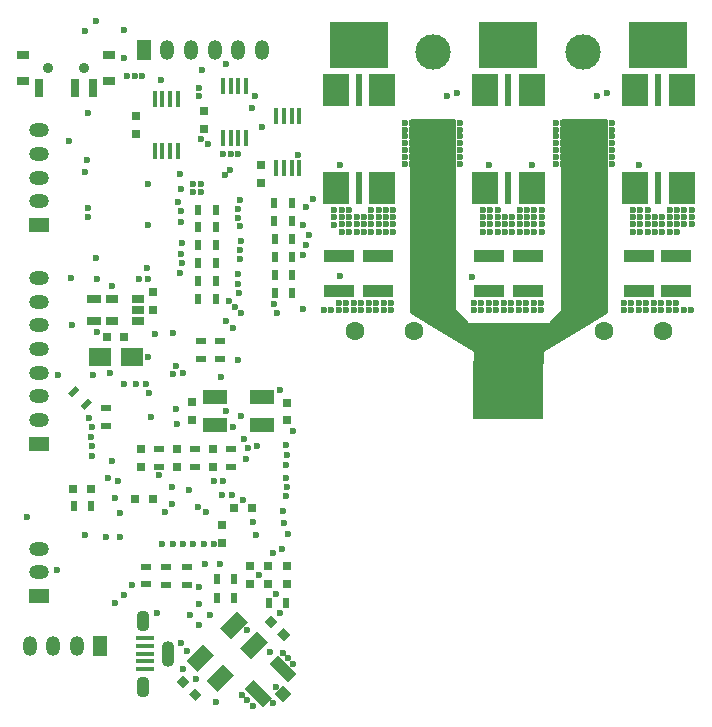
<source format=gbs>
G04 #@! TF.GenerationSoftware,KiCad,Pcbnew,(5.1.5-0)*
G04 #@! TF.CreationDate,2019-12-18T14:52:24+08:00*
G04 #@! TF.ProjectId,VESC_6,56455343-5f36-42e6-9b69-6361645f7063,A*
G04 #@! TF.SameCoordinates,Original*
G04 #@! TF.FileFunction,Soldermask,Bot*
G04 #@! TF.FilePolarity,Negative*
%FSLAX46Y46*%
G04 Gerber Fmt 4.6, Leading zero omitted, Abs format (unit mm)*
G04 Created by KiCad (PCBNEW (5.1.5-0)) date 2019-12-18 14:52:24*
%MOMM*%
%LPD*%
G04 APERTURE LIST*
%ADD10R,1.500000X0.450000*%
%ADD11O,1.100000X1.800000*%
%ADD12O,1.100000X2.200000*%
%ADD13R,2.300000X2.700000*%
%ADD14R,0.600000X2.700000*%
%ADD15R,0.797560X0.797560*%
%ADD16R,1.060000X0.650000*%
%ADD17R,1.000000X0.800000*%
%ADD18R,0.700000X1.500000*%
%ADD19C,0.900000*%
%ADD20R,1.300000X0.700000*%
%ADD21R,1.950000X1.500000*%
%ADD22R,0.450000X1.450000*%
%ADD23R,2.500000X1.000000*%
%ADD24R,0.900000X0.500000*%
%ADD25R,0.500000X0.900000*%
%ADD26R,0.750000X0.800000*%
%ADD27R,0.800000X0.750000*%
%ADD28C,0.100000*%
%ADD29R,2.000000X1.300000*%
%ADD30C,1.600000*%
%ADD31R,1.699260X1.198880*%
%ADD32O,1.699260X1.198880*%
%ADD33C,3.000000*%
%ADD34R,1.198880X1.699260*%
%ADD35O,1.198880X1.699260*%
%ADD36R,5.000000X4.000000*%
%ADD37R,6.000000X5.000000*%
%ADD38C,0.600000*%
%ADD39C,0.254000*%
G04 APERTURE END LIST*
D10*
X127000000Y-109100000D03*
X127000000Y-109750000D03*
X127000000Y-108450000D03*
X127000000Y-110400000D03*
X127000000Y-107800000D03*
D11*
X126750000Y-106300000D03*
X126750000Y-111900000D03*
D12*
X128900000Y-109100000D03*
D13*
X143166000Y-61382000D03*
X147066000Y-69682000D03*
X147066000Y-61382000D03*
X143166000Y-69682000D03*
D14*
X145116000Y-61382000D03*
X145116000Y-69682000D03*
D13*
X168484000Y-61382000D03*
X172384000Y-69682000D03*
X172384000Y-61382000D03*
X168484000Y-69682000D03*
D14*
X170434000Y-61382000D03*
X170434000Y-69682000D03*
D13*
X155784000Y-61382000D03*
X159684000Y-69682000D03*
X159684000Y-61382000D03*
X155784000Y-69682000D03*
D14*
X157734000Y-61382000D03*
X157734000Y-69682000D03*
D15*
X138942300Y-103156000D03*
X138942300Y-101657400D03*
X137414000Y-103187500D03*
X137414000Y-101688900D03*
X135890000Y-103187500D03*
X135890000Y-101688900D03*
D16*
X124135000Y-79046000D03*
X124135000Y-80946000D03*
X126335000Y-80946000D03*
X126335000Y-79996000D03*
X126335000Y-79046000D03*
D17*
X116619000Y-60592000D03*
X123919000Y-60592000D03*
X123919000Y-58392000D03*
X116619000Y-58392000D03*
D18*
X122519000Y-61242000D03*
X121019000Y-61242000D03*
X118019000Y-61242000D03*
D19*
X121769000Y-59492000D03*
X118769000Y-59492000D03*
D20*
X122618500Y-80946000D03*
X122618500Y-79046000D03*
D21*
X125857000Y-83947000D03*
X123107000Y-83947000D03*
D22*
X138090000Y-67986000D03*
X138740000Y-67986000D03*
X139390000Y-67986000D03*
X140040000Y-67986000D03*
X140040000Y-63586000D03*
X139390000Y-63586000D03*
X138740000Y-63586000D03*
X138090000Y-63586000D03*
X135518800Y-60995200D03*
X134868800Y-60995200D03*
X134218800Y-60995200D03*
X133568800Y-60995200D03*
X133568800Y-65395200D03*
X134218800Y-65395200D03*
X134868800Y-65395200D03*
X135518800Y-65395200D03*
X129740300Y-62138200D03*
X129090300Y-62138200D03*
X128440300Y-62138200D03*
X127790300Y-62138200D03*
X127790300Y-66538200D03*
X128440300Y-66538200D03*
X129090300Y-66538200D03*
X129740300Y-66538200D03*
D23*
X143383000Y-75398500D03*
X143383000Y-78398500D03*
X146685000Y-75398500D03*
X146685000Y-78398500D03*
X159385000Y-75398500D03*
X159385000Y-78398500D03*
X156083000Y-75398500D03*
X156083000Y-78398500D03*
X168783000Y-75398500D03*
X168783000Y-78398500D03*
X171958000Y-75398500D03*
X171958000Y-78398500D03*
D24*
X130556000Y-101739000D03*
X130556000Y-103239000D03*
X128778000Y-103239000D03*
X128778000Y-101739000D03*
X127004300Y-103227000D03*
X127004300Y-101727000D03*
D25*
X120916000Y-96583500D03*
X122416000Y-96583500D03*
X138926000Y-104775000D03*
X137426000Y-104775000D03*
X134531800Y-104343200D03*
X133031800Y-104343200D03*
X134531800Y-102743000D03*
X133031800Y-102743000D03*
D24*
X133281000Y-82619000D03*
X133281000Y-84119000D03*
X131684800Y-82630200D03*
X131684800Y-84130200D03*
D25*
X132966500Y-71501000D03*
X131466500Y-71501000D03*
X132966500Y-72961500D03*
X131466500Y-72961500D03*
X132966500Y-74485500D03*
X131466500Y-74485500D03*
X132966500Y-76009500D03*
X131466500Y-76009500D03*
X132966500Y-77533500D03*
X131466500Y-77533500D03*
X132966500Y-79057500D03*
X131466500Y-79057500D03*
X137922000Y-70929500D03*
X139422000Y-70929500D03*
X137921300Y-72466200D03*
X139421300Y-72466200D03*
X137934000Y-73977500D03*
X139434000Y-73977500D03*
X137934000Y-75501500D03*
X139434000Y-75501500D03*
X137934000Y-77025500D03*
X139434000Y-77025500D03*
X137934000Y-78549500D03*
X139434000Y-78549500D03*
D24*
X134239000Y-91782200D03*
X134239000Y-93282200D03*
X131191000Y-91782200D03*
X131191000Y-93282200D03*
X128143000Y-91782200D03*
X128143000Y-93282200D03*
D26*
X136779000Y-67703000D03*
X136779000Y-69203000D03*
D27*
X134505000Y-96774000D03*
X136005000Y-96774000D03*
X120903300Y-95135700D03*
X122403300Y-95135700D03*
D26*
X138988800Y-87845200D03*
X138988800Y-89345200D03*
D27*
X126123000Y-96012000D03*
X127623000Y-96012000D03*
D26*
X133477000Y-99695000D03*
X133477000Y-98195000D03*
X130937000Y-89269000D03*
X130937000Y-87769000D03*
X127635000Y-79998000D03*
X127635000Y-78498000D03*
X132715000Y-93282200D03*
X132715000Y-91782200D03*
X129667000Y-93282200D03*
X129667000Y-91782200D03*
X131953000Y-64631000D03*
X131953000Y-63131000D03*
X126174500Y-65087500D03*
X126174500Y-63587500D03*
X126619000Y-93282200D03*
X126619000Y-91782200D03*
D28*
G36*
X130700678Y-111501348D02*
G01*
X130170348Y-112031678D01*
X129604662Y-111465992D01*
X130134992Y-110935662D01*
X130700678Y-111501348D01*
G37*
G36*
X131761338Y-112562008D02*
G01*
X131231008Y-113092338D01*
X130665322Y-112526652D01*
X131195652Y-111996322D01*
X131761338Y-112562008D01*
G37*
G36*
X138158322Y-107446652D02*
G01*
X138688652Y-106916322D01*
X139254338Y-107482008D01*
X138724008Y-108012338D01*
X138158322Y-107446652D01*
G37*
G36*
X137097662Y-106385992D02*
G01*
X137627992Y-105855662D01*
X138193678Y-106421348D01*
X137663348Y-106951678D01*
X137097662Y-106385992D01*
G37*
D27*
X125210000Y-82296000D03*
X123710000Y-82296000D03*
D28*
G36*
X131398571Y-110647611D02*
G01*
X130479332Y-109728372D01*
X131893545Y-108314159D01*
X132812784Y-109233398D01*
X131398571Y-110647611D01*
G37*
G36*
X134226998Y-107819184D02*
G01*
X133307759Y-106899945D01*
X134721972Y-105485732D01*
X135641211Y-106404971D01*
X134226998Y-107819184D01*
G37*
G36*
X135924055Y-109516241D02*
G01*
X135004816Y-108597002D01*
X136419029Y-107182789D01*
X137338268Y-108102028D01*
X135924055Y-109516241D01*
G37*
G36*
X133095628Y-112344668D02*
G01*
X132176389Y-111425429D01*
X133590602Y-110011216D01*
X134509841Y-110930455D01*
X133095628Y-112344668D01*
G37*
D29*
X136906000Y-87339320D03*
X132906000Y-87339320D03*
X132906000Y-89739320D03*
X136906000Y-89739320D03*
D30*
X149726000Y-81788000D03*
X144726000Y-81788000D03*
X165842000Y-81788000D03*
X170842000Y-81788000D03*
D31*
X118000000Y-104203040D03*
D32*
X118000000Y-100200000D03*
X118000000Y-102201520D03*
D33*
X151384000Y-58166000D03*
X164084000Y-58166000D03*
D34*
X123184920Y-108458000D03*
D35*
X119181880Y-108458000D03*
X121183400Y-108458000D03*
X117182900Y-108458000D03*
D34*
X126846200Y-58000000D03*
D35*
X130849240Y-58000000D03*
X128847720Y-58000000D03*
X132848220Y-58000000D03*
X134849740Y-58000000D03*
X136851260Y-58000000D03*
D32*
X117983000Y-79298740D03*
X117983000Y-81297720D03*
X117983000Y-83299240D03*
D31*
X117983000Y-91305320D03*
D32*
X117983000Y-87302280D03*
X117983000Y-89303800D03*
X117983000Y-85303300D03*
X117983000Y-77299760D03*
D31*
X117983000Y-72803040D03*
D32*
X117983000Y-68800000D03*
X117983000Y-70801520D03*
X117983000Y-66801020D03*
X117983000Y-64799500D03*
D28*
G36*
X137692191Y-112873693D02*
G01*
X136949728Y-113616156D01*
X135394093Y-112060521D01*
X136136556Y-111318058D01*
X137692191Y-112873693D01*
G37*
G36*
X139389246Y-112520140D02*
G01*
X138682140Y-113227246D01*
X137939678Y-112484784D01*
X138646784Y-111777678D01*
X139389246Y-112520140D01*
G37*
G36*
X139778156Y-110787728D02*
G01*
X139035693Y-111530191D01*
X137480058Y-109974556D01*
X138222521Y-109232093D01*
X139778156Y-110787728D01*
G37*
D36*
X145114500Y-57531000D03*
X157734000Y-57531000D03*
X170434000Y-57531000D03*
D37*
X157734000Y-86800000D03*
D24*
X123621800Y-89789700D03*
X123621800Y-88289700D03*
D28*
G36*
X122500805Y-87828409D02*
G01*
X121864409Y-88464805D01*
X121510855Y-88111251D01*
X122147251Y-87474855D01*
X122500805Y-87828409D01*
G37*
G36*
X121440145Y-86767749D02*
G01*
X120803749Y-87404145D01*
X120450195Y-87050591D01*
X121086591Y-86414195D01*
X121440145Y-86767749D01*
G37*
D38*
X138962702Y-92304292D03*
X132842000Y-99822000D03*
X124206000Y-77978000D03*
X122809000Y-75565008D03*
X127254000Y-83947000D03*
X129285998Y-96418400D03*
X127508000Y-89027000D03*
X126746000Y-60198000D03*
X126111000Y-60198000D03*
X125476000Y-60197994D03*
X136144000Y-113538000D03*
X135636000Y-113030000D03*
X135153400Y-112572800D03*
X131318000Y-111252000D03*
X130759803Y-105862686D03*
X131064000Y-69977000D03*
X137541000Y-108966000D03*
X138607800Y-109016800D03*
X135365271Y-90879140D03*
X138067817Y-104043011D03*
X138430000Y-86741000D03*
X132455883Y-105791000D03*
X131572000Y-106674883D03*
X131572000Y-104907117D03*
X132969000Y-113157000D03*
X139065000Y-109474000D03*
X134874000Y-66800000D03*
X127232128Y-69342000D03*
X131699000Y-69977000D03*
X131699000Y-69342000D03*
X131064000Y-69342000D03*
X134239000Y-66800000D03*
X133604000Y-66802000D03*
X166471600Y-67640200D03*
X165887400Y-67640200D03*
X165303200Y-67640200D03*
X164719000Y-67640200D03*
X164134800Y-67640200D03*
X163550600Y-67640200D03*
X162966400Y-67640200D03*
X162382200Y-67640200D03*
X161798000Y-67640200D03*
X166471600Y-67056000D03*
X165887400Y-67056000D03*
X165303200Y-67056000D03*
X164719000Y-67056000D03*
X164134800Y-67056000D03*
X163550600Y-67056000D03*
X162966400Y-67056000D03*
X162382200Y-67056000D03*
X161798000Y-67056000D03*
X166471600Y-66471800D03*
X165887400Y-66471800D03*
X165303200Y-66471800D03*
X164719000Y-66471800D03*
X164134800Y-66471800D03*
X163550600Y-66471800D03*
X162966400Y-66471800D03*
X162382200Y-66471800D03*
X161798000Y-66471800D03*
X166471600Y-65887600D03*
X165887400Y-65887600D03*
X165303200Y-65887600D03*
X164719000Y-65887600D03*
X164134800Y-65887600D03*
X163550600Y-65887600D03*
X162966400Y-65887600D03*
X162382200Y-65887600D03*
X161798000Y-65887600D03*
X166471600Y-65303400D03*
X165887400Y-65303400D03*
X165303200Y-65303400D03*
X164719000Y-65303400D03*
X164134800Y-65303400D03*
X163550600Y-65303400D03*
X162966400Y-65303400D03*
X162382200Y-65303400D03*
X161798000Y-65303400D03*
X166471600Y-64719200D03*
X165887400Y-64719200D03*
X165303200Y-64719200D03*
X164719000Y-64719200D03*
X164134800Y-64719200D03*
X163550600Y-64719200D03*
X162966400Y-64719200D03*
X162382200Y-64719200D03*
X161798000Y-64719200D03*
X166471600Y-64135000D03*
X165887400Y-64135000D03*
X165303200Y-64135000D03*
X164719000Y-64135000D03*
X164134800Y-64135000D03*
X163550600Y-64135000D03*
X162966400Y-64135000D03*
X162382200Y-64135000D03*
X153644600Y-67640200D03*
X153060400Y-67640200D03*
X152476200Y-67640200D03*
X151892000Y-67640200D03*
X151307800Y-67640200D03*
X150723600Y-67640200D03*
X150139400Y-67640200D03*
X149555200Y-67640200D03*
X148971000Y-67640200D03*
X153644600Y-67056000D03*
X153060400Y-67056000D03*
X152476200Y-67056000D03*
X151892000Y-67056000D03*
X151307800Y-67056000D03*
X150723600Y-67056000D03*
X150139400Y-67056000D03*
X149555200Y-67056000D03*
X148971000Y-67056000D03*
X153644600Y-66471800D03*
X153060400Y-66471800D03*
X152476200Y-66471800D03*
X151892000Y-66471800D03*
X151307800Y-66471800D03*
X150723600Y-66471800D03*
X150139400Y-66471800D03*
X149555200Y-66471800D03*
X148971000Y-66471800D03*
X153644600Y-65887600D03*
X153060400Y-65887600D03*
X152476200Y-65887600D03*
X151892000Y-65887600D03*
X151307800Y-65887600D03*
X150723600Y-65887600D03*
X150139400Y-65887600D03*
X149555200Y-65887600D03*
X148971000Y-65887600D03*
X153644600Y-65303400D03*
X153060400Y-65303400D03*
X152476200Y-65303400D03*
X151892000Y-65303400D03*
X151307800Y-65303400D03*
X150723600Y-65303400D03*
X150139400Y-65303400D03*
X149555200Y-65303400D03*
X148971000Y-65303400D03*
X153644600Y-64719200D03*
X153060400Y-64719200D03*
X152476200Y-64719200D03*
X151892000Y-64719200D03*
X151307800Y-64719200D03*
X150723600Y-64719200D03*
X150139400Y-64719200D03*
X149555200Y-64719200D03*
X148971000Y-64719200D03*
X153644600Y-64135000D03*
X153060400Y-64135000D03*
X152476200Y-64135000D03*
X151892000Y-64135000D03*
X151307800Y-64135000D03*
X150723600Y-64135000D03*
X150139400Y-64135000D03*
X149555200Y-64135000D03*
X161798000Y-64135000D03*
X148971000Y-64135000D03*
X130175000Y-110363000D03*
X137795000Y-113284000D03*
X135635992Y-107061000D03*
X131560403Y-103483196D03*
X139472588Y-109982000D03*
X136574791Y-102438201D03*
X134620000Y-79756000D03*
X135128000Y-80264000D03*
X134112000Y-79248000D03*
X138430000Y-105664000D03*
X124841000Y-97155000D03*
X129595590Y-88392000D03*
X127825500Y-82042000D03*
X119564577Y-85539885D03*
X120804392Y-81253533D03*
X120707500Y-77285500D03*
X124015504Y-85344000D03*
X122865203Y-81838342D03*
X136906000Y-64516000D03*
X135073207Y-89012203D03*
X124460008Y-95891686D03*
X123698002Y-99233010D03*
X138557000Y-100203000D03*
X132080000Y-101473000D03*
X135043559Y-70650810D03*
X122228895Y-89123113D03*
X136144000Y-97917000D03*
X128016000Y-105663998D03*
X119500000Y-102000000D03*
X122936000Y-77343000D03*
X122555000Y-85471000D03*
X131826000Y-59690000D03*
X129332010Y-81915000D03*
X133477000Y-95631000D03*
X134423040Y-89928550D03*
X133832658Y-88565010D03*
X122047000Y-67310000D03*
X122174000Y-72136000D03*
X122174000Y-71374000D03*
X117000000Y-97500000D03*
X131572000Y-61214000D03*
X131554155Y-61889155D03*
X122110498Y-63309500D03*
X134801900Y-72182240D03*
X143000000Y-71500000D03*
X143624840Y-71500000D03*
X144249680Y-71500000D03*
X146124200Y-71500000D03*
X146749040Y-71500000D03*
X147373880Y-71500000D03*
X147998720Y-71500000D03*
X143000000Y-72124840D03*
X143624840Y-72124840D03*
X144249680Y-72124840D03*
X144874520Y-72124840D03*
X145499360Y-72124840D03*
X146124200Y-72124840D03*
X146749040Y-72124840D03*
X147373880Y-72124840D03*
X147998720Y-72124840D03*
X143624840Y-72749680D03*
X144249680Y-72749680D03*
X144874520Y-72749680D03*
X145499360Y-72749680D03*
X146124200Y-72749680D03*
X146749040Y-72749680D03*
X147373880Y-72749680D03*
X147998720Y-72749680D03*
X143624840Y-73374520D03*
X144249680Y-73374520D03*
X144874520Y-73374520D03*
X145499360Y-73374520D03*
X146124200Y-73374520D03*
X146749040Y-73374520D03*
X147373880Y-73374520D03*
X147998720Y-73374520D03*
X143002000Y-72771000D03*
X155575000Y-71501000D03*
X140843000Y-73660000D03*
X134981000Y-74919000D03*
X156197300Y-71501000D03*
X156819600Y-71501000D03*
X158686500Y-71501000D03*
X159308800Y-71501000D03*
X159931100Y-71501000D03*
X160553400Y-71501000D03*
X155575000Y-72123300D03*
X156197300Y-72123300D03*
X156819600Y-72123300D03*
X157441900Y-72123300D03*
X158064200Y-72123300D03*
X158686500Y-72123300D03*
X159308800Y-72123300D03*
X159931100Y-72123300D03*
X160553400Y-72123300D03*
X155575000Y-72745600D03*
X156197300Y-72745600D03*
X156819600Y-72745600D03*
X157441900Y-72745600D03*
X158064200Y-72745600D03*
X158686500Y-72745600D03*
X159308800Y-72745600D03*
X159931100Y-72745600D03*
X160553400Y-72745600D03*
X155575000Y-73367900D03*
X156197300Y-73367900D03*
X156819600Y-73367900D03*
X157441900Y-73367900D03*
X158064200Y-73367900D03*
X158686500Y-73367900D03*
X159308800Y-73367900D03*
X159931100Y-73367900D03*
X160553400Y-73367900D03*
X168275000Y-71501000D03*
X134866829Y-77759634D03*
X168897300Y-71501000D03*
X169519600Y-71501000D03*
X171386500Y-71501000D03*
X172008800Y-71501000D03*
X172631100Y-71501000D03*
X173253400Y-71501000D03*
X168275000Y-72123300D03*
X168897300Y-72123300D03*
X169519600Y-72123300D03*
X170141900Y-72123300D03*
X170764200Y-72123300D03*
X171386500Y-72123300D03*
X172008800Y-72123300D03*
X172631100Y-72123300D03*
X173253400Y-72123300D03*
X168275000Y-72745600D03*
X168897300Y-72745600D03*
X169519600Y-72745600D03*
X170141900Y-72745600D03*
X170764200Y-72745600D03*
X171386500Y-72745600D03*
X172008800Y-72745600D03*
X172631100Y-72745600D03*
X173253400Y-72745600D03*
X168275000Y-73367900D03*
X168897300Y-73367900D03*
X169519600Y-73367900D03*
X170141900Y-73367900D03*
X170764200Y-73367900D03*
X171386500Y-73367900D03*
X172008800Y-73367900D03*
X138176000Y-80264016D03*
X167513000Y-79375000D03*
X133731000Y-68580000D03*
X134391400Y-81508600D03*
X133834000Y-80957296D03*
X134162800Y-68148200D03*
X143383000Y-79375000D03*
X144018000Y-79375000D03*
X144653000Y-79375000D03*
X145288000Y-79375000D03*
X145923000Y-79375000D03*
X146558000Y-79375000D03*
X147193000Y-79375000D03*
X147828000Y-79375000D03*
X142113000Y-80010000D03*
X142748000Y-80010000D03*
X143383000Y-80010000D03*
X144018000Y-80010000D03*
X144653000Y-80010000D03*
X145288000Y-80010000D03*
X145923000Y-80010000D03*
X146558000Y-80010000D03*
X147193000Y-80010000D03*
X147828000Y-80010000D03*
X155448000Y-79375000D03*
X156083000Y-79375000D03*
X156718000Y-79375000D03*
X157353000Y-79375000D03*
X157988000Y-79375000D03*
X158623000Y-79375000D03*
X159258000Y-79375000D03*
X159893000Y-79375000D03*
X160528000Y-79375000D03*
X154813000Y-80010000D03*
X155448000Y-80010000D03*
X156083000Y-80010000D03*
X156718000Y-80010000D03*
X157353000Y-80010000D03*
X157988000Y-80010000D03*
X158623000Y-80010000D03*
X159258000Y-80010000D03*
X159893000Y-80010000D03*
X160528000Y-80010000D03*
X168148000Y-79375000D03*
X168783000Y-79375000D03*
X169418000Y-79375000D03*
X170053000Y-79375000D03*
X170688000Y-79375000D03*
X171323000Y-79375000D03*
X171958000Y-79375000D03*
X167513000Y-80010000D03*
X168148000Y-80010000D03*
X168783000Y-80010000D03*
X169418000Y-80010000D03*
X170053000Y-80010000D03*
X170688000Y-80010000D03*
X171323000Y-80010000D03*
X171958000Y-80010000D03*
X172593000Y-80010000D03*
X173228000Y-80010000D03*
X154813000Y-79375000D03*
X133413500Y-85661500D03*
X130175000Y-85343992D03*
X125222020Y-86233000D03*
X129541903Y-84702447D03*
X134874000Y-84201000D03*
X140334994Y-79883000D03*
X129332010Y-85424990D03*
X130556000Y-108839000D03*
X130047129Y-108198771D03*
X138049000Y-111887000D03*
X124154259Y-92800500D03*
X131058287Y-99840668D03*
X131953000Y-99822000D03*
X125222000Y-58674000D03*
X130175000Y-99822000D03*
X125222000Y-56261000D03*
X120523000Y-65659000D03*
X121920000Y-56388002D03*
X122809000Y-55527400D03*
X122430288Y-91512540D03*
X122463692Y-89894282D03*
X122415622Y-90734866D03*
X136398006Y-99060000D03*
X138674492Y-97052553D03*
X134366010Y-95631000D03*
X135254999Y-96073726D03*
X121873990Y-68326000D03*
X129921000Y-68453000D03*
X129681000Y-89646000D03*
X126225423Y-86284710D03*
X127001590Y-86234157D03*
X127309579Y-86995000D03*
X147039000Y-58647000D03*
X146404000Y-58647000D03*
X145769000Y-58647000D03*
X145134000Y-58647000D03*
X144499000Y-58647000D03*
X143864000Y-58647000D03*
X143229000Y-58647000D03*
X147039000Y-58012000D03*
X146404000Y-58012000D03*
X145769000Y-58012000D03*
X145134000Y-58012000D03*
X144499000Y-58012000D03*
X143864000Y-58012000D03*
X143229000Y-58012000D03*
X147039000Y-57377000D03*
X146404000Y-57377000D03*
X145769000Y-57377000D03*
X145134000Y-57377000D03*
X144499000Y-57377000D03*
X143864000Y-57377000D03*
X143229000Y-57377000D03*
X147039000Y-56742000D03*
X146404000Y-56742000D03*
X145769000Y-56742000D03*
X145134000Y-56742000D03*
X144499000Y-56742000D03*
X143864000Y-56742000D03*
X143229000Y-56742000D03*
X147039000Y-56107000D03*
X146404000Y-56107000D03*
X145769000Y-56107000D03*
X145134000Y-56107000D03*
X144499000Y-56107000D03*
X143864000Y-56107000D03*
X143229000Y-56107000D03*
X134859694Y-71406578D03*
X134983565Y-72918030D03*
X159639000Y-58647000D03*
X159004000Y-58647000D03*
X158369000Y-58647000D03*
X157734000Y-58647000D03*
X157099000Y-58647000D03*
X156464000Y-58647000D03*
X155829000Y-58647000D03*
X159639000Y-58012000D03*
X159004000Y-58012000D03*
X158369000Y-58012000D03*
X157734000Y-58012000D03*
X157099000Y-58012000D03*
X156464000Y-58012000D03*
X155829000Y-58012000D03*
X159639000Y-57377000D03*
X159004000Y-57377000D03*
X158369000Y-57377000D03*
X157734000Y-57377000D03*
X157099000Y-57377000D03*
X156464000Y-57377000D03*
X155829000Y-57377000D03*
X159639000Y-56742000D03*
X159004000Y-56742000D03*
X158369000Y-56742000D03*
X157734000Y-56742000D03*
X157099000Y-56742000D03*
X156464000Y-56742000D03*
X155829000Y-56742000D03*
X159639000Y-56107000D03*
X159004000Y-56107000D03*
X158369000Y-56107000D03*
X157734000Y-56107000D03*
X157099000Y-56107000D03*
X156464000Y-56107000D03*
X155829000Y-56107000D03*
X135081000Y-74119000D03*
X134981000Y-75719000D03*
X172339000Y-58647000D03*
X171704000Y-58647000D03*
X171069000Y-58647000D03*
X170434000Y-58647000D03*
X169799000Y-58647000D03*
X169164000Y-58647000D03*
X168529000Y-58647000D03*
X172339000Y-58012000D03*
X171704000Y-58012000D03*
X171069000Y-58012000D03*
X170434000Y-58012000D03*
X169799000Y-58012000D03*
X169164000Y-58012000D03*
X168529000Y-58012000D03*
X172339000Y-57377000D03*
X171704000Y-57377000D03*
X171069000Y-57377000D03*
X170434000Y-57377000D03*
X169799000Y-57377000D03*
X169164000Y-57377000D03*
X168529000Y-57377000D03*
X172339000Y-56742000D03*
X171704000Y-56742000D03*
X171069000Y-56742000D03*
X170434000Y-56742000D03*
X169799000Y-56742000D03*
X169164000Y-56742000D03*
X168529000Y-56742000D03*
X172339000Y-56107000D03*
X171704000Y-56107000D03*
X171069000Y-56107000D03*
X170434000Y-56107000D03*
X169799000Y-56107000D03*
X169164000Y-56107000D03*
X168529000Y-56107000D03*
X134860669Y-76981846D03*
X134889640Y-78537112D03*
X133538673Y-94492042D03*
X139953998Y-66848010D03*
X132786454Y-94474981D03*
X133858000Y-59182000D03*
X128142989Y-93980000D03*
X128285958Y-60513413D03*
X128642410Y-97102622D03*
X130081000Y-76019000D03*
X127127000Y-76453990D03*
X128397000Y-99822000D03*
X129307004Y-99825571D03*
X126478244Y-77346228D03*
X131435153Y-96637145D03*
X129794000Y-70866000D03*
X127235055Y-72768890D03*
X138938000Y-95758000D03*
X130048000Y-72517004D03*
X138953108Y-94972476D03*
X130048887Y-71633226D03*
X138937532Y-94194820D03*
X135509000Y-92582988D03*
X124413996Y-104775000D03*
X135682010Y-91686407D03*
X125222000Y-104140000D03*
X136419649Y-91538037D03*
X125857000Y-103251000D03*
X123825000Y-94234000D03*
X133350000Y-101473004D03*
X124714000Y-94488000D03*
X137805745Y-100594745D03*
X132088514Y-97059176D03*
X130040229Y-75242258D03*
X130699209Y-95223794D03*
X129901590Y-76826915D03*
X129286000Y-94996000D03*
X127230600Y-77355385D03*
X130081000Y-74319000D03*
X138938000Y-93091000D03*
X130048000Y-69723000D03*
X138938002Y-91424189D03*
X138707856Y-98047010D03*
X121920000Y-99060000D03*
X124841000Y-99233010D03*
X139065000Y-98933000D03*
X139449746Y-90260402D03*
X136017000Y-62865000D03*
X153416016Y-61595000D03*
X136271000Y-61849000D03*
X152527000Y-61849000D03*
X166116000Y-61595000D03*
X132310282Y-65970701D03*
X165227000Y-61849000D03*
X131699000Y-65532000D03*
X140335000Y-72842410D03*
X143510000Y-67691000D03*
X140589006Y-71247000D03*
X143510000Y-77089000D03*
X140600000Y-74500000D03*
X154635196Y-77165200D03*
X140300000Y-75300000D03*
X156083000Y-67691000D03*
X159766000Y-67691000D03*
X141224000Y-70612000D03*
X168783000Y-67691000D03*
X137904193Y-79451912D03*
X122491500Y-92329000D03*
D39*
G36*
X153162000Y-80010000D02*
G01*
X153164440Y-80034776D01*
X153171667Y-80058601D01*
X153183403Y-80080557D01*
X153199197Y-80099803D01*
X154215197Y-81115803D01*
X154234443Y-81131597D01*
X154256399Y-81143333D01*
X154280224Y-81150560D01*
X154305000Y-81153000D01*
X161163000Y-81153000D01*
X161187776Y-81150560D01*
X161211601Y-81143333D01*
X161233557Y-81131597D01*
X161252803Y-81115803D01*
X162268803Y-80099803D01*
X162284597Y-80080557D01*
X162296333Y-80058601D01*
X162303560Y-80034776D01*
X162306000Y-80010000D01*
X162306000Y-63881000D01*
X165989000Y-63881000D01*
X165989000Y-80192152D01*
X160665783Y-83391144D01*
X160645803Y-83405998D01*
X160629105Y-83424464D01*
X160616331Y-83445833D01*
X160607970Y-83469284D01*
X160604200Y-83500000D01*
X160604200Y-84455000D01*
X154863800Y-84455000D01*
X154863800Y-83500000D01*
X154861360Y-83475224D01*
X154854133Y-83451399D01*
X154842397Y-83429443D01*
X154826603Y-83410197D01*
X154802217Y-83391144D01*
X149479000Y-80192152D01*
X149479000Y-63881000D01*
X153162000Y-63881000D01*
X153162000Y-80010000D01*
G37*
X153162000Y-80010000D02*
X153164440Y-80034776D01*
X153171667Y-80058601D01*
X153183403Y-80080557D01*
X153199197Y-80099803D01*
X154215197Y-81115803D01*
X154234443Y-81131597D01*
X154256399Y-81143333D01*
X154280224Y-81150560D01*
X154305000Y-81153000D01*
X161163000Y-81153000D01*
X161187776Y-81150560D01*
X161211601Y-81143333D01*
X161233557Y-81131597D01*
X161252803Y-81115803D01*
X162268803Y-80099803D01*
X162284597Y-80080557D01*
X162296333Y-80058601D01*
X162303560Y-80034776D01*
X162306000Y-80010000D01*
X162306000Y-63881000D01*
X165989000Y-63881000D01*
X165989000Y-80192152D01*
X160665783Y-83391144D01*
X160645803Y-83405998D01*
X160629105Y-83424464D01*
X160616331Y-83445833D01*
X160607970Y-83469284D01*
X160604200Y-83500000D01*
X160604200Y-84455000D01*
X154863800Y-84455000D01*
X154863800Y-83500000D01*
X154861360Y-83475224D01*
X154854133Y-83451399D01*
X154842397Y-83429443D01*
X154826603Y-83410197D01*
X154802217Y-83391144D01*
X149479000Y-80192152D01*
X149479000Y-63881000D01*
X153162000Y-63881000D01*
X153162000Y-80010000D01*
M02*

</source>
